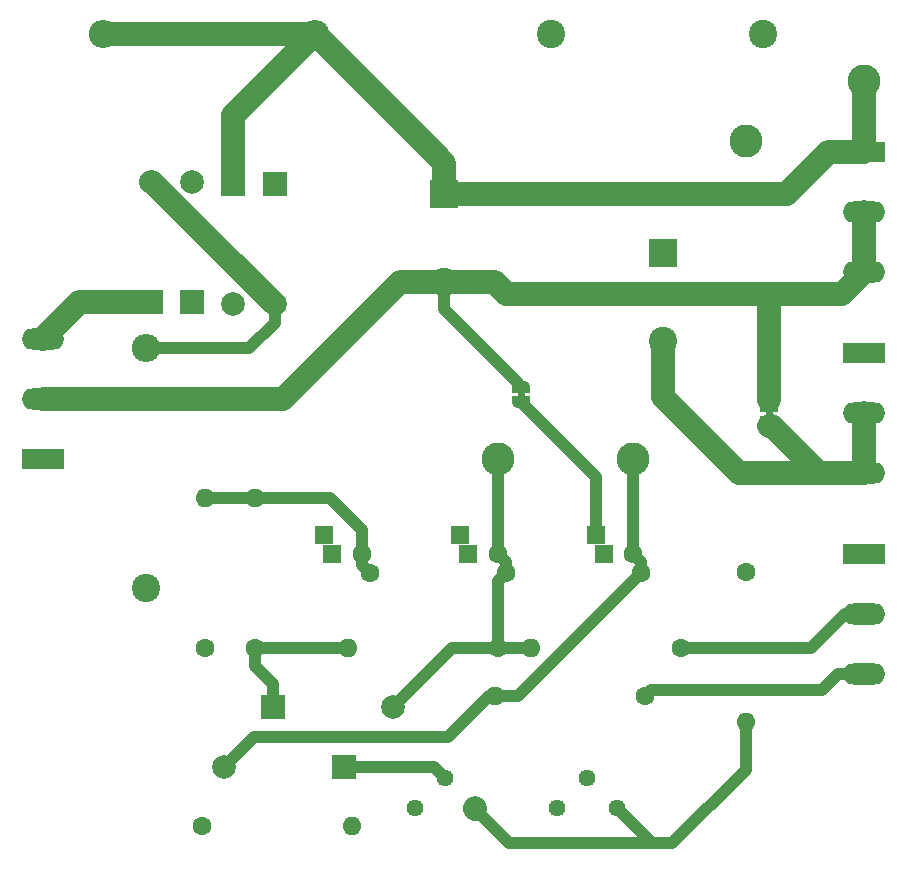
<source format=gbr>
G04 #@! TF.GenerationSoftware,KiCad,Pcbnew,(6.0.0-0)*
G04 #@! TF.CreationDate,2022-01-15T15:56:32+00:00*
G04 #@! TF.ProjectId,PowerSupply,506f7765-7253-4757-9070-6c792e6b6963,rev?*
G04 #@! TF.SameCoordinates,Original*
G04 #@! TF.FileFunction,Copper,L2,Bot*
G04 #@! TF.FilePolarity,Positive*
%FSLAX46Y46*%
G04 Gerber Fmt 4.6, Leading zero omitted, Abs format (unit mm)*
G04 Created by KiCad (PCBNEW (6.0.0-0)) date 2022-01-15 15:56:32*
%MOMM*%
%LPD*%
G01*
G04 APERTURE LIST*
G04 Aperture macros list*
%AMFreePoly0*
4,1,22,0.500000,-0.750000,0.000000,-0.750000,0.000000,-0.745033,-0.079941,-0.743568,-0.215256,-0.701293,-0.333266,-0.622738,-0.424486,-0.514219,-0.481581,-0.384460,-0.499164,-0.250000,-0.500000,-0.250000,-0.500000,0.250000,-0.499164,0.250000,-0.499963,0.256109,-0.478152,0.396186,-0.417904,0.524511,-0.324060,0.630769,-0.204165,0.706417,-0.067858,0.745374,0.000000,0.744959,0.000000,0.750000,
0.500000,0.750000,0.500000,-0.750000,0.500000,-0.750000,$1*%
%AMFreePoly1*
4,1,20,0.000000,0.744959,0.073905,0.744508,0.209726,0.703889,0.328688,0.626782,0.421226,0.519385,0.479903,0.390333,0.500000,0.250000,0.500000,-0.250000,0.499851,-0.262216,0.476331,-0.402017,0.414519,-0.529596,0.319384,-0.634700,0.198574,-0.708877,0.061801,-0.746166,0.000000,-0.745033,0.000000,-0.750000,-0.500000,-0.750000,-0.500000,0.750000,0.000000,0.750000,0.000000,0.744959,
0.000000,0.744959,$1*%
G04 Aperture macros list end*
G04 #@! TA.AperFunction,ComponentPad*
%ADD10R,3.600000X1.800000*%
G04 #@! TD*
G04 #@! TA.AperFunction,ComponentPad*
%ADD11O,3.600000X1.800000*%
G04 #@! TD*
G04 #@! TA.AperFunction,ComponentPad*
%ADD12R,1.998980X1.998980*%
G04 #@! TD*
G04 #@! TA.AperFunction,ComponentPad*
%ADD13C,1.998980*%
G04 #@! TD*
G04 #@! TA.AperFunction,ComponentPad*
%ADD14C,2.800000*%
G04 #@! TD*
G04 #@! TA.AperFunction,ComponentPad*
%ADD15R,2.400000X2.400000*%
G04 #@! TD*
G04 #@! TA.AperFunction,ComponentPad*
%ADD16C,2.400000*%
G04 #@! TD*
G04 #@! TA.AperFunction,ComponentPad*
%ADD17O,2.400000X2.400000*%
G04 #@! TD*
G04 #@! TA.AperFunction,ComponentPad*
%ADD18R,1.600000X1.600000*%
G04 #@! TD*
G04 #@! TA.AperFunction,ComponentPad*
%ADD19C,1.600000*%
G04 #@! TD*
G04 #@! TA.AperFunction,ComponentPad*
%ADD20O,1.600000X1.600000*%
G04 #@! TD*
G04 #@! TA.AperFunction,SMDPad,CuDef*
%ADD21FreePoly0,270.000000*%
G04 #@! TD*
G04 #@! TA.AperFunction,SMDPad,CuDef*
%ADD22FreePoly1,270.000000*%
G04 #@! TD*
G04 #@! TA.AperFunction,ComponentPad*
%ADD23C,1.440000*%
G04 #@! TD*
G04 #@! TA.AperFunction,Conductor*
%ADD24C,1.000000*%
G04 #@! TD*
G04 #@! TA.AperFunction,Conductor*
%ADD25C,2.000000*%
G04 #@! TD*
G04 APERTURE END LIST*
G36*
X121300000Y-75400000D02*
G01*
X120700000Y-75400000D01*
X120700000Y-74900000D01*
X121300000Y-74900000D01*
X121300000Y-75400000D01*
G37*
G36*
X100300000Y-73750000D02*
G01*
X99700000Y-73750000D01*
X99700000Y-73250000D01*
X100300000Y-73250000D01*
X100300000Y-73750000D01*
G37*
D10*
X129000000Y-53000000D03*
D11*
X129000000Y-58080000D03*
X129000000Y-63160000D03*
D10*
X129000000Y-70000000D03*
D11*
X129000000Y-75080000D03*
X129000000Y-80160000D03*
D10*
X129000000Y-87000000D03*
D11*
X129000000Y-92080000D03*
X129000000Y-97160000D03*
D12*
X79138060Y-55712480D03*
D13*
X79138060Y-65872480D03*
D12*
X68632980Y-65712480D03*
D13*
X68632980Y-55552480D03*
D12*
X75638060Y-55712480D03*
D13*
X75638060Y-65872480D03*
D12*
X72132980Y-65712480D03*
D13*
X72132980Y-55552480D03*
D14*
X129000000Y-47000000D03*
X119000000Y-52000000D03*
D15*
X93500000Y-56500000D03*
D16*
X93500000Y-64000000D03*
D15*
X112000000Y-61500000D03*
D16*
X112000000Y-69000000D03*
X102500000Y-43000000D03*
X120500000Y-43000000D03*
D17*
X64620000Y-43000000D03*
X82500000Y-43000000D03*
D10*
X59500000Y-79000000D03*
D11*
X59500000Y-73920000D03*
X59500000Y-68840000D03*
D18*
X106329063Y-85400000D03*
X107000000Y-87000000D03*
D19*
X109500000Y-87000000D03*
X110170937Y-88600000D03*
D18*
X95500000Y-87000000D03*
X94829063Y-85400000D03*
D19*
X98670937Y-88600000D03*
X98000000Y-87000000D03*
D18*
X83329063Y-85400000D03*
X84000000Y-87000000D03*
D19*
X87170937Y-88600000D03*
X86500000Y-87000000D03*
D16*
X68200000Y-89916000D03*
D17*
X68200000Y-69596000D03*
D19*
X98000000Y-95000000D03*
D20*
X85300000Y-95000000D03*
D12*
X85000000Y-105002540D03*
D13*
X74840000Y-105002540D03*
D12*
X79000000Y-99997460D03*
D13*
X89160000Y-99997460D03*
D19*
X77500000Y-95000000D03*
D20*
X77500000Y-82300000D03*
D19*
X110500000Y-99000000D03*
D20*
X97800000Y-99000000D03*
D19*
X113500000Y-95000000D03*
D20*
X100800000Y-95000000D03*
D14*
X109500000Y-79000000D03*
X98000000Y-79000000D03*
D19*
X73000000Y-110000000D03*
D20*
X85700000Y-110000000D03*
D19*
X73250000Y-95000000D03*
D20*
X73250000Y-82300000D03*
D19*
X119000000Y-88500000D03*
D20*
X119000000Y-101200000D03*
D21*
X121000000Y-74500000D03*
D22*
X121000000Y-75800000D03*
D21*
X100000000Y-72850000D03*
D22*
X100000000Y-74150000D03*
D23*
X91000000Y-108500000D03*
X93540000Y-105960000D03*
X96080000Y-108500000D03*
X103000000Y-108500000D03*
X105540000Y-105960000D03*
X108080000Y-108500000D03*
D24*
X86500000Y-87929063D02*
X87170937Y-88600000D01*
X86500000Y-87000000D02*
X86500000Y-87929063D01*
X86500000Y-87000000D02*
X86500000Y-85000000D01*
X77500000Y-82300000D02*
X73250000Y-82300000D01*
X86500000Y-85000000D02*
X83800000Y-82300000D01*
X78631370Y-82300000D02*
X77500000Y-82300000D01*
X83800000Y-82300000D02*
X78631370Y-82300000D01*
X113500000Y-95000000D02*
X124500000Y-95000000D01*
X124500000Y-95000000D02*
X127420000Y-92080000D01*
X127420000Y-92080000D02*
X129000000Y-92080000D01*
X126840000Y-97160000D02*
X129000000Y-97160000D01*
X110500000Y-99000000D02*
X111000000Y-98500000D01*
X125500000Y-98500000D02*
X126840000Y-97160000D01*
X111000000Y-98500000D02*
X125500000Y-98500000D01*
D25*
X79121520Y-65872480D02*
X79138060Y-65872480D01*
X68632980Y-55552480D02*
X68760480Y-55552480D01*
X75461520Y-62212480D02*
X79121520Y-65872480D01*
D24*
X79138060Y-65872480D02*
X79138060Y-67419940D01*
D25*
X75420480Y-62212480D02*
X75461520Y-62212480D01*
X68760480Y-55552480D02*
X75420480Y-62212480D01*
D24*
X79138060Y-67419940D02*
X76962000Y-69596000D01*
X79138060Y-65872480D02*
X79415520Y-65872480D01*
X76962000Y-69596000D02*
X68200000Y-69596000D01*
X82000000Y-95000000D02*
X85300000Y-95000000D01*
X79000000Y-98000000D02*
X77500000Y-96500000D01*
X79000000Y-99997460D02*
X79000000Y-98000000D01*
X77500000Y-96500000D02*
X77500000Y-95000000D01*
X77500000Y-95000000D02*
X82000000Y-95000000D01*
X92582540Y-105002540D02*
X93540000Y-105960000D01*
X85000000Y-105002540D02*
X92582540Y-105002540D01*
D25*
X96080000Y-108500000D02*
X96080000Y-108580000D01*
D24*
X111086000Y-111506000D02*
X108080000Y-108500000D01*
X112794000Y-111506000D02*
X111086000Y-111506000D01*
X119000000Y-101200000D02*
X119000000Y-105300000D01*
X99000000Y-111500000D02*
X96080000Y-108580000D01*
X119000000Y-105300000D02*
X112794000Y-111506000D01*
X110998000Y-111500000D02*
X99000000Y-111500000D01*
D25*
X82500000Y-43000000D02*
X82624000Y-43000000D01*
X93500000Y-56500000D02*
X122500000Y-56500000D01*
X75638060Y-55712480D02*
X75638060Y-49861940D01*
X82500000Y-43000000D02*
X73500000Y-43000000D01*
X64620000Y-43000000D02*
X73500000Y-43000000D01*
X122500000Y-56500000D02*
X126000000Y-53000000D01*
X82624000Y-43000000D02*
X93500000Y-53876000D01*
X75638060Y-49861940D02*
X82500000Y-43000000D01*
X93500000Y-53876000D02*
X93500000Y-56500000D01*
X129000000Y-53000000D02*
X129000000Y-47000000D01*
X126000000Y-53000000D02*
X129000000Y-53000000D01*
X125200000Y-80160000D02*
X121240010Y-76200010D01*
X121240010Y-76200010D02*
X121000000Y-76200010D01*
X112000000Y-73750000D02*
X118410000Y-80160000D01*
X118410000Y-80160000D02*
X125200000Y-80160000D01*
X129000000Y-80160000D02*
X125200000Y-80160000D01*
X112000000Y-69000000D02*
X112000000Y-73750000D01*
X129000000Y-80160000D02*
X129000000Y-75080000D01*
D24*
X100000000Y-74150000D02*
X106329063Y-80479063D01*
X106329063Y-80479063D02*
X106329063Y-85400000D01*
D25*
X121000000Y-65000000D02*
X127160000Y-65000000D01*
X89768480Y-64000000D02*
X93500000Y-64000000D01*
X129000000Y-63160000D02*
X129000000Y-58080000D01*
X93500000Y-64000000D02*
X97750000Y-64000000D01*
X97750000Y-64000000D02*
X98750000Y-65000000D01*
D24*
X93500000Y-64000000D02*
X93500000Y-66250000D01*
D25*
X98750000Y-65000000D02*
X121000000Y-65000000D01*
X59500000Y-73920000D02*
X79848480Y-73920000D01*
X79848480Y-73920000D02*
X89768480Y-64000000D01*
X121000000Y-65000000D02*
X121000000Y-74000000D01*
D24*
X93500000Y-66250000D02*
X99750000Y-72500000D01*
D25*
X127160000Y-65000000D02*
X129000000Y-63160000D01*
X59500000Y-68770000D02*
X62557520Y-65712480D01*
X62557520Y-65712480D02*
X68632980Y-65712480D01*
X59500000Y-68840000D02*
X59500000Y-68770000D01*
D24*
X98000000Y-87000000D02*
X98000000Y-79000000D01*
X98000000Y-95000000D02*
X94157460Y-95000000D01*
X98670937Y-88600000D02*
X98670937Y-87670937D01*
X98000000Y-95000000D02*
X98000000Y-89270937D01*
X98670937Y-87670937D02*
X98000000Y-87000000D01*
X98000000Y-95000000D02*
X100800000Y-95000000D01*
X94157460Y-95000000D02*
X89160000Y-99997460D01*
X98000000Y-89270937D02*
X98670937Y-88600000D01*
X109500000Y-87000000D02*
X109500000Y-79000000D01*
X110170937Y-88600000D02*
X110170937Y-87670937D01*
X109370938Y-89399999D02*
X110170937Y-88600000D01*
X99770937Y-99000000D02*
X109370938Y-89399999D01*
X97800000Y-99000000D02*
X99770937Y-99000000D01*
X110170937Y-87670937D02*
X109500000Y-87000000D01*
X97300000Y-99000000D02*
X97800000Y-99000000D01*
X93800000Y-102500000D02*
X97300000Y-99000000D01*
X77342540Y-102500000D02*
X93800000Y-102500000D01*
X74840000Y-105002540D02*
X77342540Y-102500000D01*
M02*

</source>
